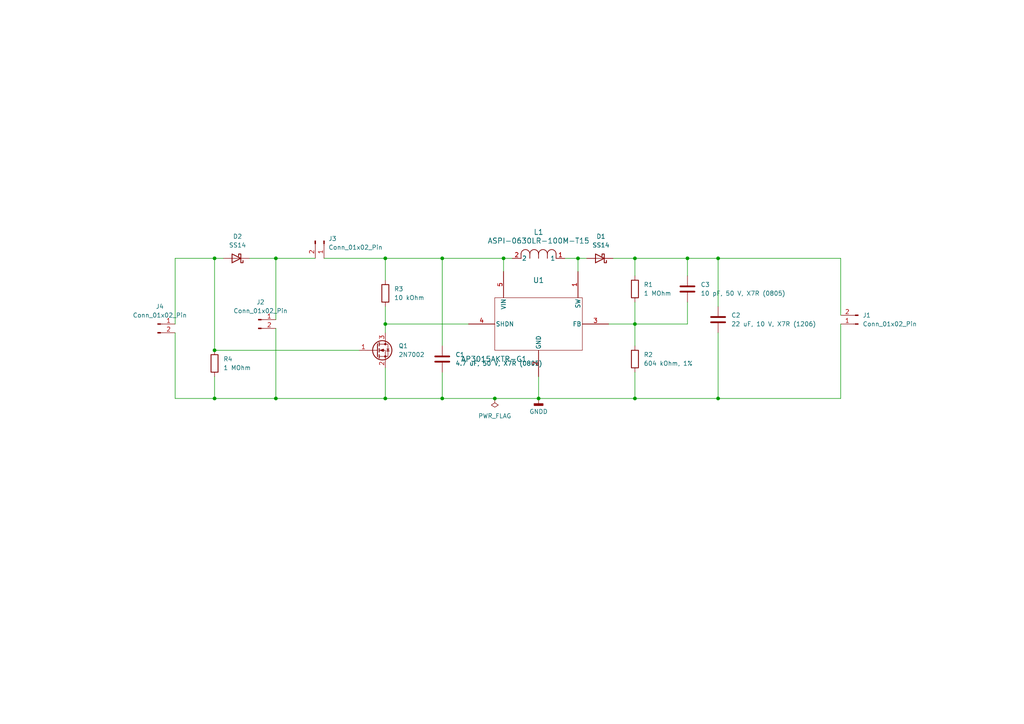
<source format=kicad_sch>
(kicad_sch (version 20250114) (generator "eeschema") (generator_version "9.0")
  (paper "A4")
  (title_block (title "Tiny Solar Power") (date "2025-08-04") (rev "V1"))
  (lib_symbols
    (symbol "AP3015AKTR-G1:AP3015AKTR-G1" (pin_names (offset 0.254))
      (property "Reference" "U1" (at 20.32 10.16 0))
      (property "Value" "AP3015AKTR-G1" (at 7.366 -12.7 0))
      (symbol "AP3015AKTR-G1_0_1"
        (polyline (pts (xy 7.62 5.08) (xy 7.62 -10.16)) (stroke (width 0.127)))
        (polyline (pts (xy 7.62 -10.16) (xy 33.02 -10.16)) (stroke (width 0.127)))
        (polyline (pts (xy 33.02 5.08) (xy 7.62 5.08)) (stroke (width 0.127)))
        (polyline (pts (xy 33.02 -10.16) (xy 33.02 5.08)) (stroke (width 0.127)))
        (pin unspecified line (at 0 -2.54 0) (length 7.62) (name "SHDN") (number "4"))
        (pin unspecified line (at 10.16 12.7 270) (length 7.62) (name "VIN") (number "5"))
        (pin power_out line (at 20.32 -17.78 90) (length 7.62) (name "GND") (number "2"))
        (pin unspecified line (at 31.75 12.7 270) (length 7.62) (name "SW") (number "1"))
        (pin unspecified line (at 40.64 -2.54 180) (length 7.62) (name "FB") (number "3"))
      )
    )
    (symbol "ASPI-0630LR-100M-T15:ASPI-0630LR-100M-T15" (pin_names (offset 0.254))
      (property "Reference" "L" (at 6.985 5.08 0))
      (property "Value" "ASPI-0630LR-100M-T15" (at 6.985 -2.54 0))
      (symbol "ASPI-0630LR-100M-T15_1_1"
        (polyline (pts (xy 2.54 0) (xy 2.54 1.27)) (stroke (width 0.2032)))
        (arc (start 2.54 1.27) (mid 3.81 2.5344) (end 5.08 1.27) (stroke (width 0.2032)))
        (polyline (pts (xy 5.08 0) (xy 5.08 1.27)) (stroke (width 0.2032)))
        (arc (start 5.08 1.27) (mid 6.35 2.5344) (end 7.62 1.27) (stroke (width 0.2032)))
        (polyline (pts (xy 7.62 0) (xy 7.62 1.27)) (stroke (width 0.2032)))
        (arc (start 7.62 1.27) (mid 8.89 2.5344) (end 10.16 1.27) (stroke (width 0.2032)))
        (polyline (pts (xy 10.16 0) (xy 10.16 1.27)) (stroke (width 0.2032)))
        (arc (start 10.16 1.27) (mid 11.43 2.5344) (end 12.7 1.27) (stroke (width 0.2032)))
        (polyline (pts (xy 12.7 0) (xy 12.7 1.27)) (stroke (width 0.2032)))
        (pin unspecified line (at 0 0 0) (length 2.54) (name "2") (number "2"))
        (pin unspecified line (at 15.24 0 180) (length 2.54) (name "1") (number "1"))
      )
      (symbol "ASPI-0630LR-100M-T15_1_2"
        (arc (start -1.27 10.16) (mid -2.5344 11.43) (end -1.27 12.7) (stroke (width 0.2032)))
        (arc (start -1.27 7.62) (mid -2.5344 8.89) (end -1.27 10.16) (stroke (width 0.2032)))
        (arc (start -1.27 5.08) (mid -2.5344 6.35) (end -1.27 7.62) (stroke (width 0.2032)))
        (arc (start -1.27 2.54) (mid -2.5344 3.81) (end -1.27 5.08) (stroke (width 0.2032)))
        (polyline (pts (xy 0 12.7) (xy -1.27 12.7)) (stroke (width 0.2032)))
        (polyline (pts (xy 0 10.16) (xy -1.27 10.16)) (stroke (width 0.2032)))
        (polyline (pts (xy 0 7.62) (xy -1.27 7.62)) (stroke (width 0.2032)))
        (polyline (pts (xy 0 5.08) (xy -1.27 5.08)) (stroke (width 0.2032)))
        (polyline (pts (xy 0 2.54) (xy -1.27 2.54)) (stroke (width 0.2032)))
        (pin unspecified line (at 0 15.24 270) (length 2.54) (name "1") (number "1"))
        (pin unspecified line (at 0 0 90) (length 2.54) (name "2") (number "2"))
      )
    )
    (symbol "Connector:Conn_01x02_Pin" (pin_names (offset 1.016) (hide yes))
      (property "Reference" "J" (at 0 2.54 0))
      (property "Value" "Conn_01x02_Pin" (at 0 -5.08 0))
      (symbol "Conn_01x02_Pin_1_1"
        (rectangle (start 0.8636 0.127) (end 0 -0.127) (stroke (width 0.1524)) (fill (type outline)))
        (rectangle (start 0.8636 -2.413) (end 0 -2.667) (stroke (width 0.1524)) (fill (type outline)))
        (polyline (pts (xy 1.27 0) (xy 0.8636 0)) (stroke (width 0.1524)))
        (polyline (pts (xy 1.27 -2.54) (xy 0.8636 -2.54)) (stroke (width 0.1524)))
        (pin passive line (at 5.08 0 180) (length 3.81) (name "Pin_1") (number "1"))
        (pin passive line (at 5.08 -2.54 180) (length 3.81) (name "Pin_2") (number "2"))
      )
    )
    (symbol "Device:C" (pin_numbers (hide yes)) (pin_names (offset 0.254))
      (property "Reference" "C" (at 0.635 2.54 0))
      (property "Value" "C" (at 0.635 -2.54 0))
      (symbol "C_0_1"
        (polyline (pts (xy -2.032 0.762) (xy 2.032 0.762)) (stroke (width 0.508)))
        (polyline (pts (xy -2.032 -0.762) (xy 2.032 -0.762)) (stroke (width 0.508)))
      )
      (symbol "C_1_1"
        (pin passive line (at 0 3.81 270) (length 2.794) (name "~") (number "1"))
        (pin passive line (at 0 -3.81 90) (length 2.794) (name "~") (number "2"))
      )
    )
    (symbol "Device:R" (pin_numbers (hide yes)) (pin_names (offset 0))
      (property "Reference" "R" (at 2.032 0 90))
      (property "Value" "R" (at 0 0 90))
      (symbol "R_0_1"
        (rectangle (start -1.016 -2.54) (end 1.016 2.54) (stroke (width 0.254)))
      )
      (symbol "R_1_1"
        (pin passive line (at 0 3.81 270) (length 1.27) (name "~") (number "1"))
        (pin passive line (at 0 -3.81 90) (length 1.27) (name "~") (number "2"))
      )
    )
    (symbol "Diode:SS14" (pin_numbers (hide yes)) (pin_names (offset 1.016) (hide yes))
      (property "Reference" "D" (at 0 2.54 0))
      (property "Value" "SS14" (at 0 -2.54 0))
      (symbol "SS14_0_1"
        (polyline (pts (xy -1.905 0.635) (xy -1.905 1.27) (xy -1.27 1.27) (xy -1.27 -1.27) (xy -0.635 -1.27) (xy -0.635 -0.635)) (stroke (width 0.254)))
        (polyline (pts (xy 1.27 1.27) (xy 1.27 -1.27) (xy -1.27 0) (xy 1.27 1.27)) (stroke (width 0.254)))
        (polyline (pts (xy 1.27 0) (xy -1.27 0)))
      )
      (symbol "SS14_1_1"
        (pin passive line (at -3.81 0 0) (length 2.54) (name "K") (number "1"))
        (pin passive line (at 3.81 0 180) (length 2.54) (name "A") (number "2"))
      )
    )
    (symbol "Transistor_FET:2N7002" (pin_names (offset 0) (hide yes))
      (property "Reference" "Q" (at 5.08 1.905 0))
      (property "Value" "2N7002" (at 5.08 0 0))
      (symbol "2N7002_0_1"
        (polyline (pts (xy 0.254 1.905) (xy 0.254 -1.905)) (stroke (width 0.254)))
        (polyline (pts (xy 0.254 0) (xy -2.54 0)))
        (polyline (pts (xy 0.762 2.286) (xy 0.762 1.27)) (stroke (width 0.254)))
        (polyline (pts (xy 0.762 0.508) (xy 0.762 -0.508)) (stroke (width 0.254)))
        (polyline (pts (xy 0.762 -1.27) (xy 0.762 -2.286)) (stroke (width 0.254)))
        (polyline (pts (xy 0.762 -1.778) (xy 3.302 -1.778) (xy 3.302 1.778) (xy 0.762 1.778)))
        (polyline (pts (xy 1.016 0) (xy 2.032 0.381) (xy 2.032 -0.381) (xy 1.016 0)) (fill (type outline)))
        (circle (center 1.651 0) (radius 2.794) (stroke (width 0.254)))
        (polyline (pts (xy 2.54 2.54) (xy 2.54 1.778)))
        (circle (center 2.54 1.778) (radius 0.254) (fill (type outline)))
        (circle (center 2.54 -1.778) (radius 0.254) (fill (type outline)))
        (polyline (pts (xy 2.54 -2.54) (xy 2.54 0) (xy 0.762 0)))
        (polyline (pts (xy 2.921 0.381) (xy 3.683 0.381)))
        (polyline (pts (xy 3.302 0.381) (xy 2.921 -0.254) (xy 3.683 -0.254) (xy 3.302 0.381)))
      )
      (symbol "2N7002_1_1"
        (pin input line (at -5.08 0 0) (length 2.54) (name "G") (number "1"))
        (pin passive line (at 2.54 5.08 270) (length 2.54) (name "D") (number "3"))
        (pin passive line (at 2.54 -5.08 90) (length 2.54) (name "S") (number "2"))
      )
    )
    (symbol "power:GNDD" (power) (pin_numbers (hide yes)) (pin_names (offset 0) (hide yes))
      (property "Value" "GNDD" (at 0 -3.175 0))
      (symbol "GNDD_0_1"
        (rectangle (start -1.27 -1.524) (end 1.27 -2.032) (stroke (width 0.254)) (fill (type outline)))
        (polyline (pts (xy 0 0) (xy 0 -1.524)))
      )
      (symbol "GNDD_1_1"
        (pin power_in line (at 0 0 270) (length 0) (name "~") (number "1"))
      )
    )
    (symbol "power:PWR_FLAG" (power) (pin_numbers (hide yes)) (pin_names (offset 0) (hide yes))
      (property "Value" "PWR_FLAG" (at 0 3.81 0))
      (symbol "PWR_FLAG_0_0"
        (pin power_out line (at 0 0 90) (length 0) (name "~") (number "1"))
      )
      (symbol "PWR_FLAG_0_1"
        (polyline (pts (xy 0 0) (xy 0 1.27) (xy -1.016 1.905) (xy 0 2.54) (xy 1.016 1.905) (xy 0 1.27)))
      )
    )
  )
  (junction (at 111.76 115.57))
  (junction (at 128.27 115.57))
  (junction (at 80.01 74.93))
  (junction (at 208.28 115.57))
  (junction (at 128.27 74.93))
  (junction (at 62.23 74.93))
  (junction (at 184.15 115.57))
  (junction (at 156.21 115.57))
  (junction (at 62.23 115.57))
  (junction (at 80.01 115.57))
  (junction (at 167.64 74.93))
  (junction (at 184.15 93.98))
  (junction (at 184.15 74.93))
  (junction (at 111.76 74.93))
  (junction (at 111.76 93.98))
  (junction (at 199.39 74.93))
  (junction (at 143.51 115.57))
  (junction (at 208.28 74.93))
  (junction (at 146.05 74.93))
  (junction (at 62.23 101.6))
  (wire (pts (xy 111.76 115.57) (xy 128.27 115.57)))
  (wire (pts (xy 163.83 74.93) (xy 167.64 74.93)))
  (wire (pts (xy 243.84 91.44) (xy 243.84 74.93)))
  (wire (pts (xy 80.01 74.93) (xy 91.44 74.93)))
  (wire (pts (xy 111.76 93.98) (xy 135.89 93.98)))
  (wire (pts (xy 50.8 93.98) (xy 50.8 74.93)))
  (wire (pts (xy 184.15 74.93) (xy 177.8 74.93)))
  (wire (pts (xy 111.76 74.93) (xy 128.27 74.93)))
  (wire (pts (xy 199.39 93.98) (xy 184.15 93.98)))
  (wire (pts (xy 199.39 74.93) (xy 184.15 74.93)))
  (wire (pts (xy 128.27 115.57) (xy 143.51 115.57)))
  (wire (pts (xy 104.14 101.6) (xy 62.23 101.6)))
  (wire (pts (xy 208.28 74.93) (xy 199.39 74.93)))
  (wire (pts (xy 146.05 74.93) (xy 148.59 74.93)))
  (wire (pts (xy 111.76 88.9) (xy 111.76 93.98)))
  (wire (pts (xy 208.28 88.9) (xy 208.28 74.93)))
  (wire (pts (xy 62.23 74.93) (xy 64.77 74.93)))
  (wire (pts (xy 184.15 74.93) (xy 184.15 80.01)))
  (wire (pts (xy 72.39 74.93) (xy 80.01 74.93)))
  (wire (pts (xy 156.21 115.57) (xy 184.15 115.57)))
  (wire (pts (xy 50.8 96.52) (xy 50.8 115.57)))
  (wire (pts (xy 184.15 107.95) (xy 184.15 115.57)))
  (wire (pts (xy 143.51 115.57) (xy 156.21 115.57)))
  (wire (pts (xy 111.76 74.93) (xy 111.76 81.28)))
  (wire (pts (xy 111.76 106.68) (xy 111.76 115.57)))
  (wire (pts (xy 184.15 93.98) (xy 184.15 100.33)))
  (wire (pts (xy 128.27 74.93) (xy 146.05 74.93)))
  (wire (pts (xy 167.64 74.93) (xy 170.18 74.93)))
  (wire (pts (xy 62.23 115.57) (xy 80.01 115.57)))
  (wire (pts (xy 62.23 109.22) (xy 62.23 115.57)))
  (wire (pts (xy 167.64 74.93) (xy 167.64 78.74)))
  (wire (pts (xy 128.27 107.95) (xy 128.27 115.57)))
  (wire (pts (xy 80.01 74.93) (xy 80.01 92.71)))
  (wire (pts (xy 93.98 74.93) (xy 111.76 74.93)))
  (wire (pts (xy 146.05 74.93) (xy 146.05 78.74)))
  (wire (pts (xy 80.01 115.57) (xy 111.76 115.57)))
  (wire (pts (xy 156.21 109.22) (xy 156.21 115.57)))
  (wire (pts (xy 243.84 93.98) (xy 243.84 115.57)))
  (wire (pts (xy 62.23 74.93) (xy 62.23 101.6)))
  (wire (pts (xy 199.39 80.01) (xy 199.39 74.93)))
  (wire (pts (xy 243.84 115.57) (xy 208.28 115.57)))
  (wire (pts (xy 243.84 74.93) (xy 208.28 74.93)))
  (wire (pts (xy 199.39 87.63) (xy 199.39 93.98)))
  (wire (pts (xy 208.28 96.52) (xy 208.28 115.57)))
  (wire (pts (xy 184.15 115.57) (xy 208.28 115.57)))
  (wire (pts (xy 80.01 95.25) (xy 80.01 115.57)))
  (wire (pts (xy 128.27 100.33) (xy 128.27 74.93)))
  (wire (pts (xy 50.8 115.57) (xy 62.23 115.57)))
  (wire (pts (xy 50.8 74.93) (xy 62.23 74.93)))
  (wire (pts (xy 184.15 87.63) (xy 184.15 93.98)))
  (wire (pts (xy 176.53 93.98) (xy 184.15 93.98)))
  (wire (pts (xy 111.76 93.98) (xy 111.76 96.52)))
  (symbol (lib_id "Device:R") (at 184.15 83.82 180) (unit 1)
    (property "Reference" "R1" (at 186.69 82.5499 0) (effects (justify right)))
    (property "Value" "1 MOhm" (at 186.69 85.0899 0) (effects (justify right)))
    (property "Footprint" "Resistor_SMD:R_0805_2012Metric" (effects (hide yes)))
    (property "Description" "Resistor" (effects (hide yes)))
  )
  (symbol (lib_id "Device:R") (at 111.76 85.09 0) (unit 1)
    (property "Reference" "R3" (at 114.3 83.8199 0) (effects (justify left)))
    (property "Value" "10 kOhm" (at 114.3 86.3599 0) (effects (justify left)))
    (property "Footprint" "Resistor_SMD:R_0805_2012Metric" (effects (hide yes)))
    (property "Description" "Resistor" (effects (hide yes)))
  )
  (symbol (lib_id "ASPI-0630LR-100M-T15:ASPI-0630LR-100M-T15") (at 148.59 74.93 0) (unit 1)
    (property "Reference" "L1" (at 156.21 67.31 0) (effects (font (size 1.524 1.524))))
    (property "Value" "ASPI-0630LR-100M-T15" (at 156.21 69.85 0) (effects (font (size 1.524 1.524))))
    (property "Footprint" "ul_ASPI-0630LR-100M-T15:IND_ASPI-0630LR_ABR" (effects (hide yes)))
    (property "Datasheet" "ASPI-0630LR-100M-T15" (effects (hide yes)))
  )
  (symbol (lib_id "Connector:Conn_01x02_Pin") (at 248.92 93.98 180) (unit 1)
    (property "Reference" "J1" (at 250.19 91.4399 0) (effects (justify right)))
    (property "Value" "Conn_01x02_Pin" (at 250.19 93.9799 0) (effects (justify right)))
    (property "Footprint" "Connector_PinHeader_2.54mm:PinHeader_1x02_P2.54mm_Vertical" (effects (hide yes)))
    (property "Description" "Generic connector, single row, 01x02, script generated" (effects (hide yes)))
  )
  (symbol (lib_id "Diode:SS14") (at 173.99 74.93 180) (unit 1)
    (property "Reference" "D1" (at 174.3075 68.58 0))
    (property "Value" "SS14" (at 174.3075 71.12 0))
    (property "Footprint" "Diode_SMD:D_SMA" (effects (hide yes)))
    (property "Datasheet" "https://www.vishay.com/docs/88746/ss12.pdf" (effects (hide yes)))
    (property "Description" "40V 1A Schottky Diode, SMA" (effects (hide yes)))
  )
  (symbol (lib_id "power:GNDD") (at 156.21 115.57 0) (unit 1)
    (property "Reference" "#PWR01" (effects (hide yes)))
    (property "Value" "GNDD" (at 156.21 119.38 0))
    (property "Description" "Power symbol creates a global label with name \"GNDD\" , digital ground" (effects (hide yes)))
  )
  (symbol (lib_id "Transistor_FET:2N7002") (at 109.22 101.6 0) (unit 1)
    (property "Reference" "Q1" (at 115.57 100.3299 0) (effects (justify left)))
    (property "Value" "2N7002" (at 115.57 102.8699 0) (effects (justify left)))
    (property "Footprint" "Package_TO_SOT_SMD:SOT-23" (effects (hide yes)))
    (property "Datasheet" "https://www.onsemi.com/pub/Collateral/NDS7002A-D.PDF" (effects (hide yes)))
    (property "Description" "0.115A Id, 60V Vds, N-Channel MOSFET, SOT-23" (effects (hide yes)))
  )
  (symbol (lib_id "Device:C") (at 208.28 92.71 0) (unit 1)
    (property "Reference" "C2" (at 212.09 91.4399 0) (effects (justify left)))
    (property "Value" "22 uF, 10 V, X7R (1206)" (at 212.09 93.9799 0) (effects (justify left)))
    (property "Footprint" "Capacitor_SMD:C_1206_3216Metric" (effects (hide yes)))
    (property "Description" "Unpolarized capacitor" (effects (hide yes)))
  )
  (symbol (lib_id "Diode:SS14") (at 68.58 74.93 180) (unit 1)
    (property "Reference" "D2" (at 68.8975 68.58 0))
    (property "Value" "SS14" (at 68.8975 71.12 0))
    (property "Footprint" "Diode_SMD:D_SMA" (effects (hide yes)))
    (property "Datasheet" "https://www.vishay.com/docs/88746/ss12.pdf" (effects (hide yes)))
    (property "Description" "40V 1A Schottky Diode, SMA" (effects (hide yes)))
  )
  (symbol (lib_id "Connector:Conn_01x02_Pin") (at 45.72 93.98 0) (unit 1)
    (property "Reference" "J4" (at 46.355 88.9 0))
    (property "Value" "Conn_01x02_Pin" (at 46.355 91.44 0))
    (property "Footprint" "Connector_PinHeader_2.54mm:PinHeader_1x02_P2.54mm_Horizontal" (effects (hide yes)))
    (property "Description" "Generic connector, single row, 01x02, script generated" (effects (hide yes)))
  )
  (symbol (lib_id "AP3015AKTR-G1:AP3015AKTR-G1") (at 135.89 91.44 0) (unit 1)
    (property "Reference" "U1" (at 156.21 81.28 0) (effects (font (size 1.524 1.524))))
    (property "Value" "AP3015AKTR-G1" (at 143.256 104.14 0) (effects (font (size 1.524 1.524))))
    (property "Footprint" "ul_AP3015AKTR-G1:SOT23-5_1P55X2P9_DIO" (effects (hide yes)))
    (property "Datasheet" "AP3015AKTR-G1" (effects (hide yes)))
  )
  (symbol (lib_id "Device:C") (at 199.39 83.82 0) (unit 1)
    (property "Reference" "C3" (at 203.2 82.5499 0) (effects (justify left)))
    (property "Value" "10 pF, 50 V, X7R (0805)" (at 203.2 85.0899 0) (effects (justify left)))
    (property "Footprint" "Capacitor_SMD:C_0805_2012Metric" (effects (hide yes)))
    (property "Description" "Unpolarized capacitor" (effects (hide yes)))
  )
  (symbol (lib_id "Device:C") (at 128.27 104.14 0) (unit 1)
    (property "Reference" "C1" (at 132.08 102.8699 0) (effects (justify left)))
    (property "Value" "4.7 uF, 50 V, X7R (0805)" (at 132.08 105.4099 0) (effects (justify left)))
    (property "Footprint" "Capacitor_SMD:C_0805_2012Metric" (effects (hide yes)))
    (property "Description" "Unpolarized capacitor" (effects (hide yes)))
  )
  (symbol (lib_id "Connector:Conn_01x02_Pin") (at 93.98 69.85 270) (unit 1)
    (property "Reference" "J3" (at 95.25 69.2149 90) (effects (justify left)))
    (property "Value" "Conn_01x02_Pin" (at 95.25 71.7549 90) (effects (justify left)))
    (property "Footprint" "Connector_PinHeader_2.54mm:PinHeader_1x02_P2.54mm_Vertical" (effects (hide yes)))
    (property "Description" "Generic connector, single row, 01x02, script generated" (effects (hide yes)))
  )
  (symbol (lib_id "Device:R") (at 184.15 104.14 0) (unit 1)
    (property "Reference" "R2" (at 186.69 102.8699 0) (effects (justify left)))
    (property "Value" "604 kOhm, 1%" (at 186.69 105.4099 0) (effects (justify left)))
    (property "Footprint" "Resistor_SMD:R_0805_2012Metric" (effects (hide yes)))
    (property "Description" "Resistor" (effects (hide yes)))
  )
  (symbol (lib_id "Device:R") (at 62.23 105.41 0) (unit 1)
    (property "Reference" "R4" (at 64.77 104.1399 0) (effects (justify left)))
    (property "Value" "1 MOhm" (at 64.77 106.6799 0) (effects (justify left)))
    (property "Footprint" "Resistor_SMD:R_0805_2012Metric" (effects (hide yes)))
    (property "Description" "Resistor" (effects (hide yes)))
  )
  (symbol (lib_id "Connector:Conn_01x02_Pin") (at 74.93 92.71 0) (unit 1)
    (property "Reference" "J2" (at 75.565 87.63 0))
    (property "Value" "Conn_01x02_Pin" (at 75.565 90.17 0))
    (property "Footprint" "Connector_PinHeader_2.54mm:PinHeader_1x02_P2.54mm_Vertical" (effects (hide yes)))
    (property "Description" "Generic connector, single row, 01x02, script generated" (effects (hide yes)))
  )
  (symbol (lib_id "power:PWR_FLAG") (at 143.51 115.57 180) (unit 1)
    (property "Reference" "#FLG01" (effects (hide yes)))
    (property "Value" "PWR_FLAG" (at 143.51 120.65 0))
    (property "Description" "Special symbol for telling ERC where power comes from" (effects (hide yes)))
  )
)
</source>
